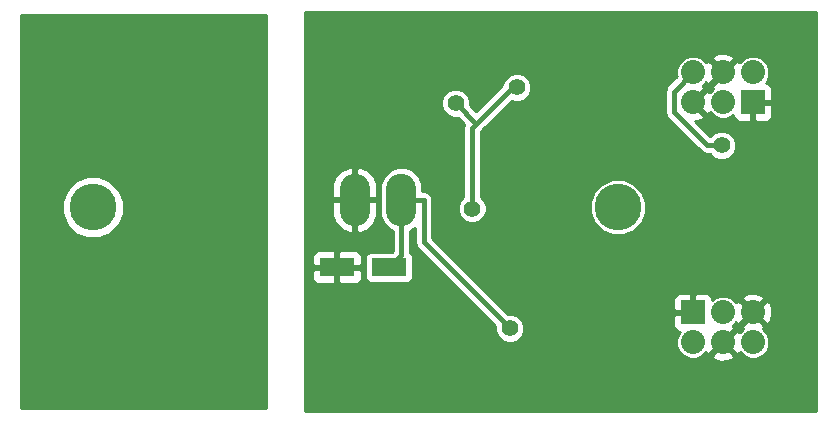
<source format=gbl>
G04 (created by PCBNEW-RS274X (2012-01-19 BZR 3256)-stable) date 3/25/2013 8:12:10 PM*
G01*
G70*
G90*
%MOIN*%
G04 Gerber Fmt 3.4, Leading zero omitted, Abs format*
%FSLAX34Y34*%
G04 APERTURE LIST*
%ADD10C,0.006000*%
%ADD11C,0.156000*%
%ADD12R,0.080000X0.080000*%
%ADD13C,0.080000*%
%ADD14O,0.100000X0.175000*%
%ADD15R,0.118100X0.062900*%
%ADD16C,0.055000*%
%ADD17C,0.020000*%
%ADD18C,0.016000*%
%ADD19C,0.010000*%
G04 APERTURE END LIST*
G54D10*
G54D11*
X34500Y-22500D03*
X17000Y-22500D03*
G54D12*
X37000Y-26000D03*
G54D13*
X38000Y-26000D03*
X39000Y-26000D03*
X37000Y-27000D03*
X38000Y-27000D03*
X39000Y-27000D03*
G54D12*
X39000Y-19000D03*
G54D13*
X38000Y-19000D03*
X37000Y-19000D03*
X39000Y-18000D03*
X38000Y-18000D03*
X37000Y-18000D03*
G54D14*
X27280Y-22250D03*
X25720Y-22250D03*
G54D15*
X26866Y-24500D03*
X25134Y-24500D03*
G54D16*
X22200Y-21800D03*
X22200Y-22600D03*
X21000Y-22600D03*
X21000Y-21800D03*
X19800Y-21800D03*
X19800Y-22600D03*
X29088Y-19025D03*
X31130Y-18500D03*
X29638Y-22540D03*
X38000Y-21264D03*
X27537Y-18350D03*
X32097Y-20796D03*
X33587Y-21174D03*
X32106Y-23163D03*
X29104Y-26794D03*
X40227Y-22798D03*
X29086Y-20012D03*
X33587Y-28197D03*
X37953Y-20432D03*
X30898Y-26534D03*
G54D17*
X19800Y-22600D02*
X19800Y-21800D01*
X22200Y-22600D02*
X21000Y-22600D01*
X21000Y-21800D02*
X22200Y-21800D01*
G54D18*
X29779Y-19715D02*
X29088Y-19025D01*
X29638Y-19856D02*
X29779Y-19715D01*
X29779Y-19715D02*
X30994Y-18500D01*
X29638Y-22540D02*
X29638Y-19856D01*
X30994Y-18500D02*
X31130Y-18500D01*
X37470Y-20432D02*
X37953Y-20432D01*
X36356Y-19318D02*
X37470Y-20432D01*
X37000Y-18000D02*
X36356Y-18644D01*
X36356Y-18644D02*
X36356Y-19318D01*
X26866Y-24500D02*
X27280Y-24086D01*
X27280Y-24086D02*
X27280Y-22250D01*
X28023Y-23659D02*
X30898Y-26534D01*
X27280Y-22250D02*
X28023Y-22250D01*
X28023Y-22250D02*
X28023Y-23659D01*
G54D10*
G36*
X41114Y-29303D02*
X39650Y-29303D01*
X39650Y-19112D01*
X39650Y-18888D01*
X39649Y-18649D01*
X39649Y-18550D01*
X39611Y-18459D01*
X39541Y-18389D01*
X39449Y-18351D01*
X39425Y-18350D01*
X39465Y-18311D01*
X39549Y-18109D01*
X39549Y-17891D01*
X39465Y-17689D01*
X39311Y-17535D01*
X39109Y-17451D01*
X38891Y-17451D01*
X38689Y-17535D01*
X38556Y-17667D01*
X38554Y-17660D01*
X38449Y-17622D01*
X38378Y-17693D01*
X38378Y-17551D01*
X38340Y-17446D01*
X38103Y-17359D01*
X37849Y-17369D01*
X37660Y-17446D01*
X37622Y-17551D01*
X38000Y-17929D01*
X38378Y-17551D01*
X38378Y-17693D01*
X38106Y-17965D01*
X38071Y-18000D01*
X38000Y-18071D01*
X37965Y-18106D01*
X37622Y-18449D01*
X37660Y-18554D01*
X37667Y-18556D01*
X37556Y-18667D01*
X37554Y-18660D01*
X37449Y-18622D01*
X37071Y-19000D01*
X37449Y-19378D01*
X37554Y-19340D01*
X37556Y-19332D01*
X37689Y-19465D01*
X37891Y-19549D01*
X38109Y-19549D01*
X38311Y-19465D01*
X38351Y-19425D01*
X38351Y-19450D01*
X38389Y-19541D01*
X38459Y-19611D01*
X38551Y-19649D01*
X38888Y-19650D01*
X38950Y-19588D01*
X38950Y-19100D01*
X38950Y-19050D01*
X38950Y-18950D01*
X39050Y-18950D01*
X39100Y-18950D01*
X39588Y-18950D01*
X39650Y-18888D01*
X39650Y-19112D01*
X39588Y-19050D01*
X39050Y-19050D01*
X39050Y-19588D01*
X39112Y-19650D01*
X39449Y-19649D01*
X39541Y-19611D01*
X39611Y-19541D01*
X39649Y-19450D01*
X39649Y-19351D01*
X39650Y-19112D01*
X39650Y-29303D01*
X39641Y-29303D01*
X39641Y-26103D01*
X39631Y-25849D01*
X39554Y-25660D01*
X39449Y-25622D01*
X39378Y-25693D01*
X39378Y-25551D01*
X39340Y-25446D01*
X39103Y-25359D01*
X38849Y-25369D01*
X38660Y-25446D01*
X38622Y-25551D01*
X39000Y-25929D01*
X39378Y-25551D01*
X39378Y-25693D01*
X39071Y-26000D01*
X39449Y-26378D01*
X39554Y-26340D01*
X39641Y-26103D01*
X39641Y-29303D01*
X39549Y-29303D01*
X39549Y-27109D01*
X39549Y-26891D01*
X39465Y-26689D01*
X39332Y-26556D01*
X39340Y-26554D01*
X39378Y-26449D01*
X39000Y-26071D01*
X38929Y-26142D01*
X38929Y-26000D01*
X38551Y-25622D01*
X38446Y-25660D01*
X38443Y-25667D01*
X38438Y-25662D01*
X38438Y-20529D01*
X38438Y-20336D01*
X38364Y-20158D01*
X38228Y-20021D01*
X38050Y-19947D01*
X37857Y-19947D01*
X37679Y-20021D01*
X37573Y-20125D01*
X37081Y-19633D01*
X37151Y-19631D01*
X37340Y-19554D01*
X37378Y-19449D01*
X37035Y-19106D01*
X37000Y-19071D01*
X36929Y-19000D01*
X37000Y-18929D01*
X37035Y-18894D01*
X37378Y-18551D01*
X37340Y-18446D01*
X37332Y-18443D01*
X37443Y-18332D01*
X37446Y-18340D01*
X37551Y-18378D01*
X37929Y-18000D01*
X37551Y-17622D01*
X37446Y-17660D01*
X37443Y-17667D01*
X37311Y-17535D01*
X37109Y-17451D01*
X36891Y-17451D01*
X36689Y-17535D01*
X36535Y-17689D01*
X36451Y-17891D01*
X36451Y-18109D01*
X36459Y-18129D01*
X36151Y-18439D01*
X36088Y-18533D01*
X36066Y-18644D01*
X36066Y-19318D01*
X36088Y-19429D01*
X36151Y-19523D01*
X37265Y-20637D01*
X37359Y-20700D01*
X37470Y-20722D01*
X37557Y-20722D01*
X37678Y-20843D01*
X37856Y-20917D01*
X38049Y-20917D01*
X38227Y-20843D01*
X38364Y-20707D01*
X38438Y-20529D01*
X38438Y-25662D01*
X38311Y-25535D01*
X38109Y-25451D01*
X37891Y-25451D01*
X37689Y-25535D01*
X37649Y-25575D01*
X37649Y-25550D01*
X37611Y-25459D01*
X37541Y-25389D01*
X37449Y-25351D01*
X37112Y-25350D01*
X37050Y-25412D01*
X37050Y-25900D01*
X37050Y-25950D01*
X37050Y-26050D01*
X36950Y-26050D01*
X36950Y-25950D01*
X36950Y-25412D01*
X36888Y-25350D01*
X36551Y-25351D01*
X36459Y-25389D01*
X36389Y-25459D01*
X36351Y-25550D01*
X36351Y-25649D01*
X36350Y-25888D01*
X36412Y-25950D01*
X36950Y-25950D01*
X36950Y-26050D01*
X36900Y-26050D01*
X36412Y-26050D01*
X36350Y-26112D01*
X36351Y-26351D01*
X36351Y-26450D01*
X36389Y-26541D01*
X36459Y-26611D01*
X36551Y-26649D01*
X36574Y-26649D01*
X36535Y-26689D01*
X36451Y-26891D01*
X36451Y-27109D01*
X36535Y-27311D01*
X36689Y-27465D01*
X36891Y-27549D01*
X37109Y-27549D01*
X37311Y-27465D01*
X37443Y-27332D01*
X37446Y-27340D01*
X37551Y-27378D01*
X37894Y-27035D01*
X37929Y-27000D01*
X38000Y-26929D01*
X38035Y-26894D01*
X38378Y-26551D01*
X38340Y-26446D01*
X38332Y-26443D01*
X38443Y-26332D01*
X38446Y-26340D01*
X38551Y-26378D01*
X38929Y-26000D01*
X38929Y-26142D01*
X38622Y-26449D01*
X38660Y-26554D01*
X38667Y-26556D01*
X38556Y-26667D01*
X38554Y-26660D01*
X38449Y-26622D01*
X38071Y-27000D01*
X38449Y-27378D01*
X38554Y-27340D01*
X38556Y-27332D01*
X38689Y-27465D01*
X38891Y-27549D01*
X39109Y-27549D01*
X39311Y-27465D01*
X39465Y-27311D01*
X39549Y-27109D01*
X39549Y-29303D01*
X38378Y-29303D01*
X38378Y-27449D01*
X38000Y-27071D01*
X37622Y-27449D01*
X37660Y-27554D01*
X37897Y-27641D01*
X38151Y-27631D01*
X38340Y-27554D01*
X38378Y-27449D01*
X38378Y-29303D01*
X35430Y-29303D01*
X35430Y-22686D01*
X35430Y-22316D01*
X35289Y-21974D01*
X35028Y-21712D01*
X34686Y-21570D01*
X34316Y-21570D01*
X33974Y-21711D01*
X33712Y-21972D01*
X33570Y-22314D01*
X33570Y-22684D01*
X33711Y-23026D01*
X33972Y-23288D01*
X34314Y-23430D01*
X34684Y-23430D01*
X35026Y-23289D01*
X35288Y-23028D01*
X35430Y-22686D01*
X35430Y-29303D01*
X31615Y-29303D01*
X31615Y-18597D01*
X31615Y-18404D01*
X31541Y-18226D01*
X31405Y-18089D01*
X31227Y-18015D01*
X31034Y-18015D01*
X30856Y-18089D01*
X30719Y-18225D01*
X30645Y-18403D01*
X30645Y-18439D01*
X29778Y-19305D01*
X29573Y-19100D01*
X29573Y-18929D01*
X29499Y-18751D01*
X29363Y-18614D01*
X29185Y-18540D01*
X28992Y-18540D01*
X28814Y-18614D01*
X28677Y-18750D01*
X28603Y-18928D01*
X28603Y-19121D01*
X28677Y-19299D01*
X28813Y-19436D01*
X28991Y-19510D01*
X29163Y-19510D01*
X29381Y-19728D01*
X29370Y-19745D01*
X29348Y-19856D01*
X29348Y-22144D01*
X29227Y-22265D01*
X29153Y-22443D01*
X29153Y-22636D01*
X29227Y-22814D01*
X29363Y-22951D01*
X29541Y-23025D01*
X29734Y-23025D01*
X29912Y-22951D01*
X30049Y-22815D01*
X30123Y-22637D01*
X30123Y-22444D01*
X30049Y-22266D01*
X29928Y-22144D01*
X29928Y-19976D01*
X29983Y-19920D01*
X29984Y-19920D01*
X30952Y-18951D01*
X31033Y-18985D01*
X31226Y-18985D01*
X31404Y-18911D01*
X31541Y-18775D01*
X31615Y-18597D01*
X31615Y-29303D01*
X31383Y-29303D01*
X31383Y-26631D01*
X31383Y-26438D01*
X31309Y-26260D01*
X31173Y-26123D01*
X30995Y-26049D01*
X30823Y-26049D01*
X28313Y-23539D01*
X28313Y-22250D01*
X28291Y-22139D01*
X28228Y-22045D01*
X28134Y-21982D01*
X28023Y-21960D01*
X27976Y-21960D01*
X27976Y-21716D01*
X27870Y-21460D01*
X27675Y-21264D01*
X27419Y-21158D01*
X27142Y-21158D01*
X26886Y-21264D01*
X26690Y-21459D01*
X26584Y-21715D01*
X26584Y-21992D01*
X26584Y-22784D01*
X26690Y-23040D01*
X26885Y-23236D01*
X26990Y-23279D01*
X26990Y-23966D01*
X26980Y-23976D01*
X26470Y-23976D01*
X26470Y-22762D01*
X26470Y-22300D01*
X26470Y-22200D01*
X26470Y-21738D01*
X26360Y-21461D01*
X26153Y-21248D01*
X25886Y-21144D01*
X25770Y-21189D01*
X25770Y-22200D01*
X26470Y-22200D01*
X26470Y-22300D01*
X25770Y-22300D01*
X25770Y-23311D01*
X25886Y-23356D01*
X26153Y-23252D01*
X26360Y-23039D01*
X26470Y-22762D01*
X26470Y-23976D01*
X26234Y-23976D01*
X26157Y-24008D01*
X26098Y-24067D01*
X26066Y-24144D01*
X26066Y-24228D01*
X26066Y-24856D01*
X26098Y-24933D01*
X26157Y-24992D01*
X26234Y-25024D01*
X26318Y-25024D01*
X27498Y-25024D01*
X27575Y-24992D01*
X27634Y-24933D01*
X27666Y-24856D01*
X27666Y-24772D01*
X27666Y-24144D01*
X27634Y-24067D01*
X27575Y-24008D01*
X27570Y-24005D01*
X27570Y-23279D01*
X27674Y-23236D01*
X27733Y-23177D01*
X27733Y-23659D01*
X27755Y-23770D01*
X27818Y-23864D01*
X30413Y-26459D01*
X30413Y-26630D01*
X30487Y-26808D01*
X30623Y-26945D01*
X30801Y-27019D01*
X30994Y-27019D01*
X31172Y-26945D01*
X31309Y-26809D01*
X31383Y-26631D01*
X31383Y-29303D01*
X25974Y-29303D01*
X25974Y-24612D01*
X25974Y-24388D01*
X25973Y-24235D01*
X25973Y-24136D01*
X25935Y-24045D01*
X25865Y-23975D01*
X25773Y-23937D01*
X25670Y-23936D01*
X25670Y-23311D01*
X25670Y-22300D01*
X25670Y-22200D01*
X25670Y-21189D01*
X25554Y-21144D01*
X25287Y-21248D01*
X25080Y-21461D01*
X24970Y-21738D01*
X24970Y-22200D01*
X25670Y-22200D01*
X25670Y-22300D01*
X24970Y-22300D01*
X24970Y-22762D01*
X25080Y-23039D01*
X25287Y-23252D01*
X25554Y-23356D01*
X25670Y-23311D01*
X25670Y-23936D01*
X25246Y-23936D01*
X25184Y-23998D01*
X25184Y-24450D01*
X25912Y-24450D01*
X25974Y-24388D01*
X25974Y-24612D01*
X25912Y-24550D01*
X25184Y-24550D01*
X25184Y-25002D01*
X25246Y-25064D01*
X25773Y-25063D01*
X25865Y-25025D01*
X25935Y-24955D01*
X25973Y-24864D01*
X25973Y-24765D01*
X25974Y-24612D01*
X25974Y-29303D01*
X25084Y-29303D01*
X25084Y-25002D01*
X25084Y-24550D01*
X25084Y-24450D01*
X25084Y-23998D01*
X25022Y-23936D01*
X24495Y-23937D01*
X24403Y-23975D01*
X24333Y-24045D01*
X24295Y-24136D01*
X24295Y-24235D01*
X24294Y-24388D01*
X24356Y-24450D01*
X25084Y-24450D01*
X25084Y-24550D01*
X24356Y-24550D01*
X24294Y-24612D01*
X24295Y-24765D01*
X24295Y-24864D01*
X24333Y-24955D01*
X24403Y-25025D01*
X24495Y-25063D01*
X25022Y-25064D01*
X25084Y-25002D01*
X25084Y-29303D01*
X24066Y-29303D01*
X24066Y-15973D01*
X41114Y-15973D01*
X41114Y-29303D01*
X41114Y-29303D01*
G37*
G54D19*
X41114Y-29303D02*
X39650Y-29303D01*
X39650Y-19112D01*
X39650Y-18888D01*
X39649Y-18649D01*
X39649Y-18550D01*
X39611Y-18459D01*
X39541Y-18389D01*
X39449Y-18351D01*
X39425Y-18350D01*
X39465Y-18311D01*
X39549Y-18109D01*
X39549Y-17891D01*
X39465Y-17689D01*
X39311Y-17535D01*
X39109Y-17451D01*
X38891Y-17451D01*
X38689Y-17535D01*
X38556Y-17667D01*
X38554Y-17660D01*
X38449Y-17622D01*
X38378Y-17693D01*
X38378Y-17551D01*
X38340Y-17446D01*
X38103Y-17359D01*
X37849Y-17369D01*
X37660Y-17446D01*
X37622Y-17551D01*
X38000Y-17929D01*
X38378Y-17551D01*
X38378Y-17693D01*
X38106Y-17965D01*
X38071Y-18000D01*
X38000Y-18071D01*
X37965Y-18106D01*
X37622Y-18449D01*
X37660Y-18554D01*
X37667Y-18556D01*
X37556Y-18667D01*
X37554Y-18660D01*
X37449Y-18622D01*
X37071Y-19000D01*
X37449Y-19378D01*
X37554Y-19340D01*
X37556Y-19332D01*
X37689Y-19465D01*
X37891Y-19549D01*
X38109Y-19549D01*
X38311Y-19465D01*
X38351Y-19425D01*
X38351Y-19450D01*
X38389Y-19541D01*
X38459Y-19611D01*
X38551Y-19649D01*
X38888Y-19650D01*
X38950Y-19588D01*
X38950Y-19100D01*
X38950Y-19050D01*
X38950Y-18950D01*
X39050Y-18950D01*
X39100Y-18950D01*
X39588Y-18950D01*
X39650Y-18888D01*
X39650Y-19112D01*
X39588Y-19050D01*
X39050Y-19050D01*
X39050Y-19588D01*
X39112Y-19650D01*
X39449Y-19649D01*
X39541Y-19611D01*
X39611Y-19541D01*
X39649Y-19450D01*
X39649Y-19351D01*
X39650Y-19112D01*
X39650Y-29303D01*
X39641Y-29303D01*
X39641Y-26103D01*
X39631Y-25849D01*
X39554Y-25660D01*
X39449Y-25622D01*
X39378Y-25693D01*
X39378Y-25551D01*
X39340Y-25446D01*
X39103Y-25359D01*
X38849Y-25369D01*
X38660Y-25446D01*
X38622Y-25551D01*
X39000Y-25929D01*
X39378Y-25551D01*
X39378Y-25693D01*
X39071Y-26000D01*
X39449Y-26378D01*
X39554Y-26340D01*
X39641Y-26103D01*
X39641Y-29303D01*
X39549Y-29303D01*
X39549Y-27109D01*
X39549Y-26891D01*
X39465Y-26689D01*
X39332Y-26556D01*
X39340Y-26554D01*
X39378Y-26449D01*
X39000Y-26071D01*
X38929Y-26142D01*
X38929Y-26000D01*
X38551Y-25622D01*
X38446Y-25660D01*
X38443Y-25667D01*
X38438Y-25662D01*
X38438Y-20529D01*
X38438Y-20336D01*
X38364Y-20158D01*
X38228Y-20021D01*
X38050Y-19947D01*
X37857Y-19947D01*
X37679Y-20021D01*
X37573Y-20125D01*
X37081Y-19633D01*
X37151Y-19631D01*
X37340Y-19554D01*
X37378Y-19449D01*
X37035Y-19106D01*
X37000Y-19071D01*
X36929Y-19000D01*
X37000Y-18929D01*
X37035Y-18894D01*
X37378Y-18551D01*
X37340Y-18446D01*
X37332Y-18443D01*
X37443Y-18332D01*
X37446Y-18340D01*
X37551Y-18378D01*
X37929Y-18000D01*
X37551Y-17622D01*
X37446Y-17660D01*
X37443Y-17667D01*
X37311Y-17535D01*
X37109Y-17451D01*
X36891Y-17451D01*
X36689Y-17535D01*
X36535Y-17689D01*
X36451Y-17891D01*
X36451Y-18109D01*
X36459Y-18129D01*
X36151Y-18439D01*
X36088Y-18533D01*
X36066Y-18644D01*
X36066Y-19318D01*
X36088Y-19429D01*
X36151Y-19523D01*
X37265Y-20637D01*
X37359Y-20700D01*
X37470Y-20722D01*
X37557Y-20722D01*
X37678Y-20843D01*
X37856Y-20917D01*
X38049Y-20917D01*
X38227Y-20843D01*
X38364Y-20707D01*
X38438Y-20529D01*
X38438Y-25662D01*
X38311Y-25535D01*
X38109Y-25451D01*
X37891Y-25451D01*
X37689Y-25535D01*
X37649Y-25575D01*
X37649Y-25550D01*
X37611Y-25459D01*
X37541Y-25389D01*
X37449Y-25351D01*
X37112Y-25350D01*
X37050Y-25412D01*
X37050Y-25900D01*
X37050Y-25950D01*
X37050Y-26050D01*
X36950Y-26050D01*
X36950Y-25950D01*
X36950Y-25412D01*
X36888Y-25350D01*
X36551Y-25351D01*
X36459Y-25389D01*
X36389Y-25459D01*
X36351Y-25550D01*
X36351Y-25649D01*
X36350Y-25888D01*
X36412Y-25950D01*
X36950Y-25950D01*
X36950Y-26050D01*
X36900Y-26050D01*
X36412Y-26050D01*
X36350Y-26112D01*
X36351Y-26351D01*
X36351Y-26450D01*
X36389Y-26541D01*
X36459Y-26611D01*
X36551Y-26649D01*
X36574Y-26649D01*
X36535Y-26689D01*
X36451Y-26891D01*
X36451Y-27109D01*
X36535Y-27311D01*
X36689Y-27465D01*
X36891Y-27549D01*
X37109Y-27549D01*
X37311Y-27465D01*
X37443Y-27332D01*
X37446Y-27340D01*
X37551Y-27378D01*
X37894Y-27035D01*
X37929Y-27000D01*
X38000Y-26929D01*
X38035Y-26894D01*
X38378Y-26551D01*
X38340Y-26446D01*
X38332Y-26443D01*
X38443Y-26332D01*
X38446Y-26340D01*
X38551Y-26378D01*
X38929Y-26000D01*
X38929Y-26142D01*
X38622Y-26449D01*
X38660Y-26554D01*
X38667Y-26556D01*
X38556Y-26667D01*
X38554Y-26660D01*
X38449Y-26622D01*
X38071Y-27000D01*
X38449Y-27378D01*
X38554Y-27340D01*
X38556Y-27332D01*
X38689Y-27465D01*
X38891Y-27549D01*
X39109Y-27549D01*
X39311Y-27465D01*
X39465Y-27311D01*
X39549Y-27109D01*
X39549Y-29303D01*
X38378Y-29303D01*
X38378Y-27449D01*
X38000Y-27071D01*
X37622Y-27449D01*
X37660Y-27554D01*
X37897Y-27641D01*
X38151Y-27631D01*
X38340Y-27554D01*
X38378Y-27449D01*
X38378Y-29303D01*
X35430Y-29303D01*
X35430Y-22686D01*
X35430Y-22316D01*
X35289Y-21974D01*
X35028Y-21712D01*
X34686Y-21570D01*
X34316Y-21570D01*
X33974Y-21711D01*
X33712Y-21972D01*
X33570Y-22314D01*
X33570Y-22684D01*
X33711Y-23026D01*
X33972Y-23288D01*
X34314Y-23430D01*
X34684Y-23430D01*
X35026Y-23289D01*
X35288Y-23028D01*
X35430Y-22686D01*
X35430Y-29303D01*
X31615Y-29303D01*
X31615Y-18597D01*
X31615Y-18404D01*
X31541Y-18226D01*
X31405Y-18089D01*
X31227Y-18015D01*
X31034Y-18015D01*
X30856Y-18089D01*
X30719Y-18225D01*
X30645Y-18403D01*
X30645Y-18439D01*
X29778Y-19305D01*
X29573Y-19100D01*
X29573Y-18929D01*
X29499Y-18751D01*
X29363Y-18614D01*
X29185Y-18540D01*
X28992Y-18540D01*
X28814Y-18614D01*
X28677Y-18750D01*
X28603Y-18928D01*
X28603Y-19121D01*
X28677Y-19299D01*
X28813Y-19436D01*
X28991Y-19510D01*
X29163Y-19510D01*
X29381Y-19728D01*
X29370Y-19745D01*
X29348Y-19856D01*
X29348Y-22144D01*
X29227Y-22265D01*
X29153Y-22443D01*
X29153Y-22636D01*
X29227Y-22814D01*
X29363Y-22951D01*
X29541Y-23025D01*
X29734Y-23025D01*
X29912Y-22951D01*
X30049Y-22815D01*
X30123Y-22637D01*
X30123Y-22444D01*
X30049Y-22266D01*
X29928Y-22144D01*
X29928Y-19976D01*
X29983Y-19920D01*
X29984Y-19920D01*
X30952Y-18951D01*
X31033Y-18985D01*
X31226Y-18985D01*
X31404Y-18911D01*
X31541Y-18775D01*
X31615Y-18597D01*
X31615Y-29303D01*
X31383Y-29303D01*
X31383Y-26631D01*
X31383Y-26438D01*
X31309Y-26260D01*
X31173Y-26123D01*
X30995Y-26049D01*
X30823Y-26049D01*
X28313Y-23539D01*
X28313Y-22250D01*
X28291Y-22139D01*
X28228Y-22045D01*
X28134Y-21982D01*
X28023Y-21960D01*
X27976Y-21960D01*
X27976Y-21716D01*
X27870Y-21460D01*
X27675Y-21264D01*
X27419Y-21158D01*
X27142Y-21158D01*
X26886Y-21264D01*
X26690Y-21459D01*
X26584Y-21715D01*
X26584Y-21992D01*
X26584Y-22784D01*
X26690Y-23040D01*
X26885Y-23236D01*
X26990Y-23279D01*
X26990Y-23966D01*
X26980Y-23976D01*
X26470Y-23976D01*
X26470Y-22762D01*
X26470Y-22300D01*
X26470Y-22200D01*
X26470Y-21738D01*
X26360Y-21461D01*
X26153Y-21248D01*
X25886Y-21144D01*
X25770Y-21189D01*
X25770Y-22200D01*
X26470Y-22200D01*
X26470Y-22300D01*
X25770Y-22300D01*
X25770Y-23311D01*
X25886Y-23356D01*
X26153Y-23252D01*
X26360Y-23039D01*
X26470Y-22762D01*
X26470Y-23976D01*
X26234Y-23976D01*
X26157Y-24008D01*
X26098Y-24067D01*
X26066Y-24144D01*
X26066Y-24228D01*
X26066Y-24856D01*
X26098Y-24933D01*
X26157Y-24992D01*
X26234Y-25024D01*
X26318Y-25024D01*
X27498Y-25024D01*
X27575Y-24992D01*
X27634Y-24933D01*
X27666Y-24856D01*
X27666Y-24772D01*
X27666Y-24144D01*
X27634Y-24067D01*
X27575Y-24008D01*
X27570Y-24005D01*
X27570Y-23279D01*
X27674Y-23236D01*
X27733Y-23177D01*
X27733Y-23659D01*
X27755Y-23770D01*
X27818Y-23864D01*
X30413Y-26459D01*
X30413Y-26630D01*
X30487Y-26808D01*
X30623Y-26945D01*
X30801Y-27019D01*
X30994Y-27019D01*
X31172Y-26945D01*
X31309Y-26809D01*
X31383Y-26631D01*
X31383Y-29303D01*
X25974Y-29303D01*
X25974Y-24612D01*
X25974Y-24388D01*
X25973Y-24235D01*
X25973Y-24136D01*
X25935Y-24045D01*
X25865Y-23975D01*
X25773Y-23937D01*
X25670Y-23936D01*
X25670Y-23311D01*
X25670Y-22300D01*
X25670Y-22200D01*
X25670Y-21189D01*
X25554Y-21144D01*
X25287Y-21248D01*
X25080Y-21461D01*
X24970Y-21738D01*
X24970Y-22200D01*
X25670Y-22200D01*
X25670Y-22300D01*
X24970Y-22300D01*
X24970Y-22762D01*
X25080Y-23039D01*
X25287Y-23252D01*
X25554Y-23356D01*
X25670Y-23311D01*
X25670Y-23936D01*
X25246Y-23936D01*
X25184Y-23998D01*
X25184Y-24450D01*
X25912Y-24450D01*
X25974Y-24388D01*
X25974Y-24612D01*
X25912Y-24550D01*
X25184Y-24550D01*
X25184Y-25002D01*
X25246Y-25064D01*
X25773Y-25063D01*
X25865Y-25025D01*
X25935Y-24955D01*
X25973Y-24864D01*
X25973Y-24765D01*
X25974Y-24612D01*
X25974Y-29303D01*
X25084Y-29303D01*
X25084Y-25002D01*
X25084Y-24550D01*
X25084Y-24450D01*
X25084Y-23998D01*
X25022Y-23936D01*
X24495Y-23937D01*
X24403Y-23975D01*
X24333Y-24045D01*
X24295Y-24136D01*
X24295Y-24235D01*
X24294Y-24388D01*
X24356Y-24450D01*
X25084Y-24450D01*
X25084Y-24550D01*
X24356Y-24550D01*
X24294Y-24612D01*
X24295Y-24765D01*
X24295Y-24864D01*
X24333Y-24955D01*
X24403Y-25025D01*
X24495Y-25063D01*
X25022Y-25064D01*
X25084Y-25002D01*
X25084Y-29303D01*
X24066Y-29303D01*
X24066Y-15973D01*
X41114Y-15973D01*
X41114Y-29303D01*
G54D10*
G36*
X22785Y-29203D02*
X18030Y-29203D01*
X18030Y-22706D01*
X18030Y-22296D01*
X17874Y-21917D01*
X17584Y-21627D01*
X17206Y-21470D01*
X16796Y-21470D01*
X16417Y-21626D01*
X16127Y-21916D01*
X15970Y-22294D01*
X15970Y-22704D01*
X16126Y-23083D01*
X16416Y-23373D01*
X16794Y-23530D01*
X17204Y-23530D01*
X17583Y-23374D01*
X17873Y-23084D01*
X18030Y-22706D01*
X18030Y-29203D01*
X14617Y-29203D01*
X14617Y-16073D01*
X22785Y-16073D01*
X22785Y-29203D01*
X22785Y-29203D01*
G37*
G54D19*
X22785Y-29203D02*
X18030Y-29203D01*
X18030Y-22706D01*
X18030Y-22296D01*
X17874Y-21917D01*
X17584Y-21627D01*
X17206Y-21470D01*
X16796Y-21470D01*
X16417Y-21626D01*
X16127Y-21916D01*
X15970Y-22294D01*
X15970Y-22704D01*
X16126Y-23083D01*
X16416Y-23373D01*
X16794Y-23530D01*
X17204Y-23530D01*
X17583Y-23374D01*
X17873Y-23084D01*
X18030Y-22706D01*
X18030Y-29203D01*
X14617Y-29203D01*
X14617Y-16073D01*
X22785Y-16073D01*
X22785Y-29203D01*
M02*

</source>
